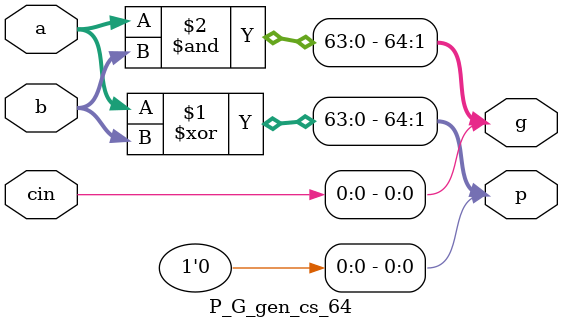
<source format=v>
/* verilator lint_off EOFNEWLINE */
/* verilator lint_off UNUSEDSIGNAL */
module CS_64_index_8 (a,b,cin,sum,cout);

input [64:1] a,b;
input cin;
output [64:1] sum;
output cout;

wire [64:0]p;
wire [64:0]g;

P_G_gen_cs_64 pg_gen_cs (a,b,cin,p,g);

//level 1
wire [31:0] gnpg_level1;
wire [31:0] pp_level1;

genvar i;
generate
     for (i = 0;i<32 ;i=i+1 ) begin
        assign gnpg_level1[i]=g[i*2+1]|p[i*2+1]&g[2*i];  // gnpg[0]=g1+p1g0  // 2
        assign pp_level1[i]=p[i*2+1]&p[i*2];              // pp[0]=p1p0
   end
endgenerate

//level 2
wire [15:0] gnpg_level2;
wire [15:0] pp_level2;
generate 
    for (i = 0;i<16 ;i=i+1 ) begin
        assign gnpg_level2[i]=gnpg_level1[i*2+1]|pp_level1[i*2+1]&gnpg_level1[i*2];  // 4
        assign pp_level2[i]=pp_level1[i*2+1]&pp_level1[i*2];
   end
endgenerate

//level3
wire [7:0] gnpg_level3;
wire [7:0] pp_level3;

generate
    for (i = 0;i<8;i=i+1 ) begin
        assign gnpg_level3[i]=gnpg_level2[i*2+1]|pp_level2[i*2+1]&gnpg_level2[i*2]; // 8
        assign pp_level3[i]=pp_level2[i*2+1]&pp_level2[i*2];
   end
endgenerate

// level 4
wire [7:0] gnpg_level4;
wire [7:0] pp_level4;
assign gnpg_level4[0]=gnpg_level3[0];
assign pp_level4[0]=pp_level3[0];

generate
    for (i = 1;i<8;i=i+1 ) begin
        assign gnpg_level4[i]=gnpg_level3[i]|pp_level3[i]&gnpg_level3[i-1];  // 8,16
        assign pp_level4[i]=pp_level3[i]&pp_level3[i-1];
   end
endgenerate

// level 5
wire [7:0] gnpg_level5;
wire [7:0] pp_level5;
assign gnpg_level5[0]=gnpg_level4[0];
assign pp_level5[0]=pp_level4[0];
assign gnpg_level5[1]=gnpg_level4[1];
assign pp_level5[1]=pp_level4[1];

generate
    for (i = 2;i<8;i=i+1 ) begin
        assign gnpg_level5[i]=gnpg_level4[i]|pp_level4[i]&gnpg_level4[i-2]; // 32 24 16 8 
        assign pp_level5[i]=pp_level4[i]&pp_level4[i-2];
   end
endgenerate

// level 6

wire [3:0] gnpg_level6;


generate 
    for (i = 0;i<4;i=i+1 ) begin
        assign gnpg_level6[i]=gnpg_level5[i+4]|pp_level5[i+4]&gnpg_level5[i]; // 64 56 48 40
   end
endgenerate

wire tmp1,tmp2,tmp3,tmp4,tmp_c8,tmp_c9,tmp_c10,tmp_c11,tmp_c12,tmp_c13,tmp_c14;
wire tmp_c_16,tmp_c_17,tmp_c_18,tmp_c_19,tmp_c_20,tmp_c_21,tmp_c_22;
wire tmp_c_24,tmp_c_25,tmp_c_26,tmp_c_27,tmp_c_28,tmp_c_29,tmp_c_30;
wire tmp_c_32,tmp_c_33,tmp_c_34,tmp_c_35,tmp_c_36,tmp_c_37,tmp_c_38;
wire tmp_c_40,tmp_c_41,tmp_c_42,tmp_c_43,tmp_c_44,tmp_c_45,tmp_c_46;
wire tmp_c_48,tmp_c_49,tmp_c_50,tmp_c_51,tmp_c_52,tmp_c_53,tmp_c_54;
wire tmp_c_56,tmp_c_57,tmp_c_58,tmp_c_59,tmp_c_60,tmp_c_61,tmp_c_62;

assign cout = g[64]| p[64]&gnpg_level6[3];
assign sum[1]= cin^p[1];
assign sum[2]= gnpg_level1[0]^p[2];
assign tmp1=g[2]|p[2]&gnpg_level1[0];//c2
assign sum[3]= tmp1^p[3];
assign sum[4]= gnpg_level2[0]^p[4];
assign tmp2=g[4]|p[4]&gnpg_level2[0];//c4
assign tmp3=gnpg_level1[2]|pp_level1[2]&gnpg_level2[0];//c5
assign tmp4=g[6]|p[6] & tmp3;//c6
assign sum[5]= tmp2^p[5];
assign sum[6]= tmp3^p[6];
assign sum[7]= tmp4^p[7];
assign sum[8]= gnpg_level5[0]^p[8];

assign tmp_c8=g[8]|p[8]&gnpg_level3[0];//c8
assign tmp_c9=gnpg_level1[4]|pp_level1[4]&gnpg_level3[0];//c9
assign tmp_c10=g[10]|p[10]&tmp_c9;//c10
assign tmp_c11=gnpg_level2[2]|pp_level2[2]&gnpg_level3[0];//c11
assign tmp_c12=g[12]|p[12]&tmp_c11;//c12
assign tmp_c13=gnpg_level1[6]|pp_level1[6]&tmp_c11;//c13
assign tmp_c14=g[14]|p[14]&tmp_c13;//c14
assign sum[9]= tmp_c8^p[9];
assign sum[10]= tmp_c9^p[10];
assign sum[11]= tmp_c10^p[11];
assign sum[12]= tmp_c11^p[12];
assign sum[13]= tmp_c12^p[13];
assign sum[14]= tmp_c13^p[14];
assign sum[15]= tmp_c14^p[15];
assign sum[16]= gnpg_level5[1]^p[16];
assign tmp_c_16=g[16]|p[16]&gnpg_level4[1];//c16
assign tmp_c_17=gnpg_level1[8]|pp_level1[8]&gnpg_level4[1];//c17
assign tmp_c_18=g[18]|p[18]&tmp_c_17;//c18
assign tmp_c_19=gnpg_level1[9]|pp_level1[9]&tmp_c_17;//c19
assign tmp_c_20=g[20]|p[20]&tmp_c_19;//c20
assign tmp_c_21=gnpg_level1[10]|pp_level1[10]&tmp_c_19;//c21
assign tmp_c_22=g[22]|p[22]&tmp_c_21;//c22
assign sum[17]= tmp_c_16^p[17];
assign sum[18]= tmp_c_17^p[18];
assign sum[19]= tmp_c_18^p[19];
assign sum[20]= tmp_c_19^p[20];
assign sum[21]= tmp_c_20^p[21];
assign sum[22]= tmp_c_21^p[22];
assign sum[23]= tmp_c_22^p[23];
assign sum[24]= gnpg_level5[2]^p[24];

assign tmp_c_24=g[24]|p[24]&gnpg_level5[2];//c24
assign tmp_c_25=gnpg_level1[12]|pp_level1[12]&gnpg_level5[2];//c25
assign tmp_c_26=g[26]|p[26]&tmp_c_25;//c26
assign tmp_c_27=gnpg_level1[13]|pp_level1[13]&tmp_c_25;//c27
assign tmp_c_28=g[28]|p[28]&tmp_c_27;//c28
assign tmp_c_29=gnpg_level1[14]|pp_level1[14]&tmp_c_27;//c29
assign tmp_c_30=g[30]|p[30]&tmp_c_29;//c30

assign sum[25]= tmp_c_24^p[25];
assign sum[26]= tmp_c_25^p[26];
assign sum[27]= tmp_c_26^p[27];
assign sum[28]= tmp_c_27^p[28];
assign sum[29]= tmp_c_28^p[29];
assign sum[30]= tmp_c_29^p[30];
assign sum[31]= tmp_c_30^p[31];
assign sum[32]= gnpg_level5[3]^p[32];

assign tmp_c_32=g[32]|p[32]&gnpg_level5[3];//c32
assign tmp_c_33=gnpg_level1[16]|pp_level1[16]&gnpg_level5[3];//c33
assign tmp_c_34=g[34]|p[34]&tmp_c_33;//c34
assign tmp_c_35=gnpg_level1[17]|pp_level1[17]&tmp_c_33;//c35
assign tmp_c_36=g[36]|p[36]&tmp_c_35;//c36
assign tmp_c_37=gnpg_level1[18]|pp_level1[18]&tmp_c_35;//c37
assign tmp_c_38=g[38]|p[38]&tmp_c_37;//c38
assign sum[33]= tmp_c_32^p[33];
assign sum[34]= tmp_c_33^p[34];
assign sum[35]= tmp_c_34^p[35];
assign sum[36]= tmp_c_35^p[36];
assign sum[37]= tmp_c_36^p[37];
assign sum[38]= tmp_c_37^p[38];
assign sum[39]= tmp_c_38^p[39];
assign sum[40]= gnpg_level6[0]^p[40];

assign tmp_c_40=g[40]|p[40]&gnpg_level6[0];//c40
assign tmp_c_41=gnpg_level1[20]|pp_level1[20]&gnpg_level6[0];//c41
assign tmp_c_42=g[42]|p[42]&tmp_c_41;//c42
assign tmp_c_43=gnpg_level1[21]|pp_level1[21]&tmp_c_41;//c43
assign tmp_c_44=g[44]|p[44]&tmp_c_43;//c44
assign tmp_c_45=gnpg_level1[22]|pp_level1[22]&tmp_c_43;//c45
assign tmp_c_46=g[46]|p[46]&tmp_c_45;//c46

assign sum[41]= tmp_c_40^p[41];
assign sum[42]= tmp_c_41^p[42];
assign sum[43]= tmp_c_42^p[43];
assign sum[44]= tmp_c_43^p[44];
assign sum[45]= tmp_c_44^p[45];
assign sum[46]= tmp_c_45^p[46];
assign sum[47]= tmp_c_46^p[47];
assign sum[48]= gnpg_level6[1]^p[48];

assign tmp_c_48=g[48]|p[48]&gnpg_level6[1];//c48
assign tmp_c_49=gnpg_level1[24]|pp_level1[24]&gnpg_level6[1];//c49
assign tmp_c_50=g[50]|p[50]&tmp_c_49;//c50
assign tmp_c_51=gnpg_level1[25]|pp_level1[25]&tmp_c_49;//c51
assign tmp_c_52=g[52]|p[52]&tmp_c_51;//c52
assign tmp_c_53=gnpg_level1[26]|pp_level1[26]&tmp_c_51;//c53
assign tmp_c_54=g[54]|p[54]&tmp_c_53;//c54
assign sum[49]= tmp_c_48^p[49];
assign sum[50]= tmp_c_49^p[50];
assign sum[51]= tmp_c_50^p[51];
assign sum[52]= tmp_c_51^p[52];
assign sum[53]= tmp_c_52^p[53];
assign sum[54]= tmp_c_53^p[54];
assign sum[55]= tmp_c_54^p[55];
assign sum[56]= gnpg_level6[2]^p[56];

assign tmp_c_56=g[56]|p[56]&gnpg_level6[2];//c56
assign tmp_c_57=gnpg_level1[28]|pp_level1[28]&gnpg_level6[2];//c57
assign tmp_c_58=g[58]|p[58]&tmp_c_57;//c58
assign tmp_c_59=gnpg_level1[29]|pp_level1[29]&tmp_c_57;//c59
assign tmp_c_60=g[60]|p[60]&tmp_c_59;//c60
assign tmp_c_61=gnpg_level1[30]|pp_level1[30]&tmp_c_59;//c61
assign tmp_c_62=g[62]|p[62]&tmp_c_61;//c62
assign sum[57]= tmp_c_56^p[57];
assign sum[58]= tmp_c_57^p[58];
assign sum[59]= tmp_c_58^p[59];
assign sum[60]= tmp_c_59^p[60];
assign sum[61]= tmp_c_60^p[61];
assign sum[62]= tmp_c_61^p[62];
assign sum[63]= tmp_c_62^p[63];
assign sum[64]= gnpg_level6[3]^p[64];


endmodule

module P_G_gen_cs_64 (a,b,cin,p,g);
input [63:0]a;
input [63:0]b;
input cin;
output [64:0]p;
output [64:0]g;
assign g[0]=cin;
assign p[0]=0;
assign p[64:1]=a^b;
assign g[64:1]=a&b;
endmodule


</source>
